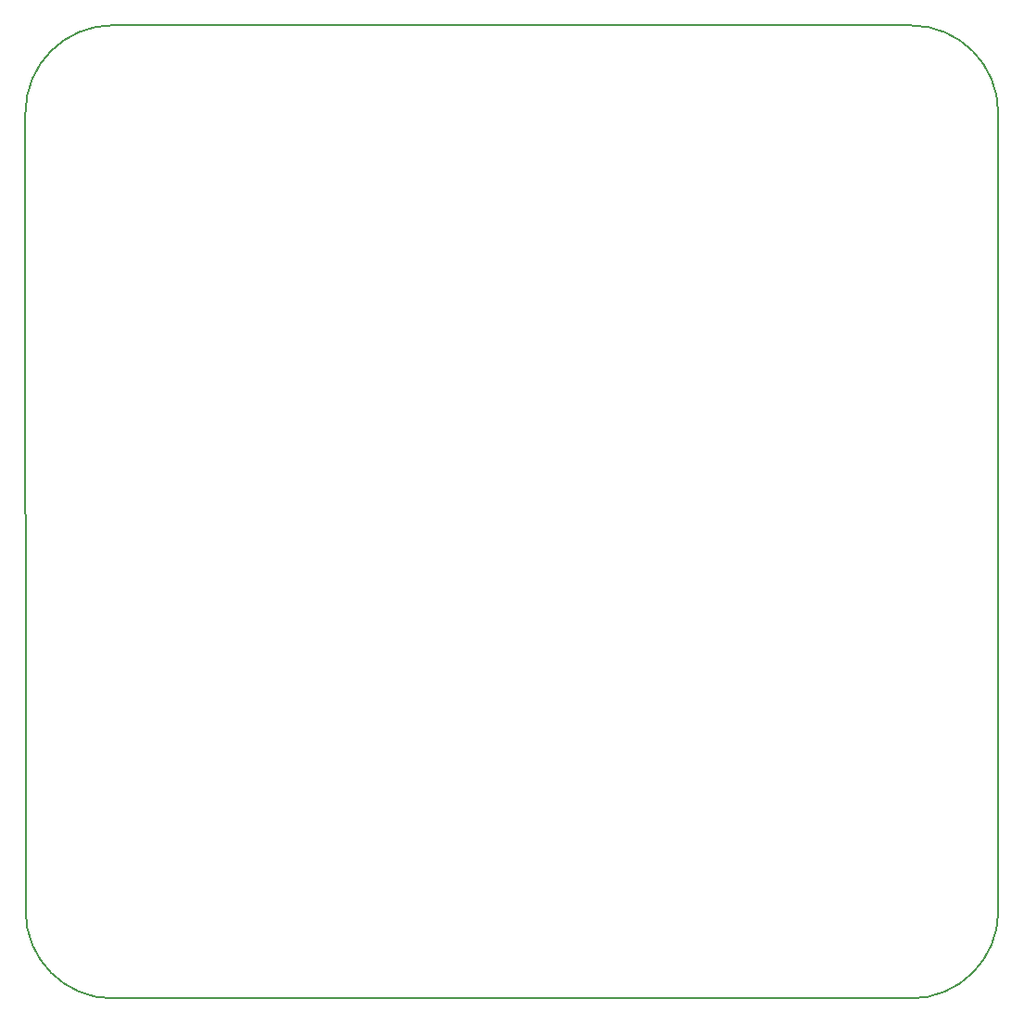
<source format=gbr>
G04 #@! TF.GenerationSoftware,KiCad,Pcbnew,(5.0.2)-1*
G04 #@! TF.CreationDate,2019-08-24T11:33:58-04:00*
G04 #@! TF.ProjectId,doof_PCB,646f6f66-5f50-4434-922e-6b696361645f,rev?*
G04 #@! TF.SameCoordinates,Original*
G04 #@! TF.FileFunction,Profile,NP*
%FSLAX46Y46*%
G04 Gerber Fmt 4.6, Leading zero omitted, Abs format (unit mm)*
G04 Created by KiCad (PCBNEW (5.0.2)-1) date 8/24/2019 11:33:58 AM*
%MOMM*%
%LPD*%
G01*
G04 APERTURE LIST*
%ADD10C,0.200000*%
G04 APERTURE END LIST*
D10*
X107466072Y-113694788D02*
G75*
G02X99500000Y-105714800I13928J7979988D01*
G01*
X180400328Y-24790400D02*
G75*
G02X188366400Y-32770388I-13928J-7979988D01*
G01*
X99490000Y-32746072D02*
G75*
G02X107469988Y-24780000I7979988J-13928D01*
G01*
X188370788Y-105724328D02*
G75*
G02X180390800Y-113690400I-7979988J13928D01*
G01*
X188366400Y-105714800D02*
X188366400Y-32804800D01*
X107469988Y-24780000D02*
X180410000Y-24790000D01*
X99500000Y-105700000D02*
X99490000Y-32750000D01*
X107429200Y-113700000D02*
X180359200Y-113680000D01*
M02*

</source>
